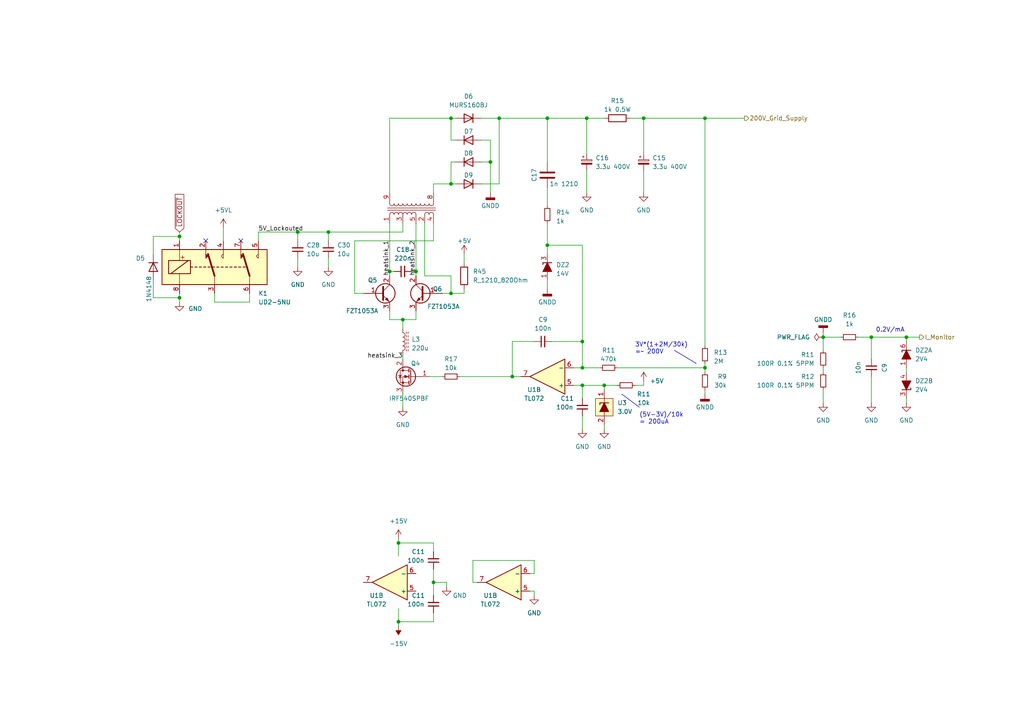
<source format=kicad_sch>
(kicad_sch (version 20230121) (generator eeschema)
  (paper "A4")
  (title_block (title "EuroMeasure Ion Gauge Controller") (date "2023-10-17") (rev "1.0.0"))
  (lib_symbols
    (symbol "Device:C_Small" (pin_numbers hide) (pin_names (offset 0.254) hide)
      (property "Reference" "C" (at 0.254 1.778 0))
      (property "Value" "C_Small" (at 0.254 -2.032 0))
      (symbol "C_Small_1_1"
        (pin passive line (at 0 2.54 270) (length 2.032) (name "~") (number "1"))
        (pin passive line (at 0 -2.54 90) (length 2.032) (name "~") (number "2"))
      )
    )
    (symbol "Device:Q_NPN_BCE" (pin_names (offset 0) hide)
      (property "Reference" "Q" (at 5.08 1.27 0))
      (property "Value" "Q_NPN_BCE" (at 5.08 -1.27 0))
      (symbol "Q_NPN_BCE_1_1"
        (pin input line (at -5.08 0 0) (length 5.715) (name "B") (number "1"))
        (pin passive line (at 2.54 5.08 270) (length 2.54) (name "C") (number "2"))
        (pin passive line (at 2.54 -5.08 90) (length 2.54) (name "E") (number "3"))
      )
    )
    (symbol "Device:R_Small" (pin_numbers hide) (pin_names (offset 0.254) hide)
      (property "Reference" "R" (at 0.762 0.508 0))
      (property "Value" "R_Small" (at 0.762 -1.016 0))
      (symbol "R_Small_1_1"
        (pin passive line (at 0 2.54 270) (length 0.762) (name "~") (number "1"))
        (pin passive line (at 0 -2.54 90) (length 0.762) (name "~") (number "2"))
      )
    )
    (symbol "MEMS_Discrete-semiconductor:D_1N4148WS-SOD323" (pin_numbers hide) (pin_names (offset 1.016) hide)
      (property "Reference" "D" (at 0 2.54 0))
      (property "Value" "1N4148" (at 0 -2.54 0))
      (symbol "D_1N4148WS-SOD323_1_1"
        (pin passive line (at -3.81 0 0) (length 2.54) (name "K") (number "1"))
        (pin passive line (at 3.81 0 180) (length 2.54) (name "A") (number "2"))
      )
    )
    (symbol "MEMS_Discrete-semiconductor:D_MURS160-13-F" (pin_numbers hide) (pin_names (offset 1.016) hide)
      (property "Reference" "D1" (at 0 5.08 0))
      (property "Value" "D_MURS160BJ" (at 0 2.54 0))
      (symbol "D_MURS160-13-F_1_1"
        (pin passive line (at -3.81 0 0) (length 2.54) (name "K") (number "1"))
        (pin passive line (at 3.81 0 180) (length 2.54) (name "A") (number "2"))
      )
    )
    (symbol "MEMS_Discrete-semiconductor:D_Zener_14V_MMBZ5244BLT1G_SOT23" (pin_names (offset 1.016) hide)
      (property "Reference" "DZ" (at 0 5.08 0))
      (property "Value" "14V" (at 0 2.54 0))
      (symbol "D_Zener_14V_MMBZ5244BLT1G_SOT23_1_1"
        (pin passive line (at -3.81 0 0) (length 2.54) (name "A") (number "1"))
        (pin passive line (at -3.81 0 0) (length 2.54) hide (name "A") (number "2"))
        (pin passive line (at 3.81 0 180) (length 2.54) (name "K") (number "3"))
      )
    )
    (symbol "MEMS_Discrete-semiconductor:D_Zener_2V4_dual_MMBZ5221BS" (pin_names (offset 1.016) hide)
      (property "Reference" "DZ" (at 0 5.08 0))
      (property "Value" "2V4" (at 0 2.54 0))
      (symbol "D_Zener_2V4_dual_MMBZ5221BS_1_1"
        (pin passive line (at -3.81 0 0) (length 2.54) (name "A") (number "1"))
        (pin passive line (at 3.81 0 180) (length 2.54) (name "K") (number "6"))
      )
      (symbol "D_Zener_2V4_dual_MMBZ5221BS_2_1"
        (pin passive line (at 3.81 0 180) (length 2.54) (name "K") (number "3"))
        (pin passive line (at -3.81 0 0) (length 2.54) (name "A") (number "4"))
      )
    )
    (symbol "MEMS_Discrete-semiconductor:Q_IRF540SP" (pin_names hide)
      (property "Reference" "Q6" (at -6.35 0.635 0))
      (property "Value" "IRF540SPBF" (at -12.065 -3.175 0))
      (symbol "Q_IRF540SP_1_1"
        (pin input line (at -5.08 0 0) (length 2.54) (name "G") (number "1"))
        (pin passive line (at 2.54 5.08 270) (length 2.54) (name "D") (number "2"))
        (pin passive line (at 2.54 -5.08 90) (length 2.54) (name "S") (number "3"))
      )
    )
    (symbol "MEMS_Electromechanical:UD2-5NU_relay_smd"
      (property "Reference" "K" (at 15.24 8.89 0))
      (property "Value" "UD2-5NU" (at 19.05 6.35 0))
      (symbol "UD2-5NU_relay_smd_1_1"
        (text "+" (at -9.271 2.921 0) (effects (font (size 1.27 1.27))))
        (pin passive line (at -10.16 7.62 270) (length 2.54) (name "~") (number "1"))
        (pin passive line (at -2.54 7.62 270) (length 2.54) (name "~") (number "2"))
        (pin passive line (at 0 -7.62 90) (length 2.54) (name "~") (number "3"))
        (pin passive line (at 2.54 7.62 270) (length 2.54) (name "~") (number "4"))
        (pin passive line (at 12.7 7.62 270) (length 2.54) (name "~") (number "5"))
        (pin passive line (at 10.16 -7.62 90) (length 2.54) (name "~") (number "6"))
        (pin passive line (at 7.62 7.62 270) (length 2.54) (name "~") (number "7"))
        (pin passive line (at -10.16 -7.62 90) (length 2.54) (name "~") (number "8"))
      )
    )
    (symbol "MEMS_IC:LM4040-3.0" (pin_names (offset 1.016) hide)
      (property "Reference" "U" (at -5.08 5.08 0))
      (property "Value" "3.0V" (at 2.54 5.08 0))
      (symbol "LM4040-3.0_1_1"
        (pin passive line (at 0 6.35 270) (length 2.54) (name "K") (number "1"))
        (pin passive line (at 0 -3.81 90) (length 2.54) (name "A") (number "2"))
        (pin no_connect line (at 2.54 -1.27 180) (length 2.54) hide (name "") (number "3"))
      )
    )
    (symbol "MEMS_Passive:C_1210_1n" (pin_numbers hide) (pin_names (offset 0.254))
      (property "Reference" "C" (at 0.635 2.54 0))
      (property "Value" "1n 1210" (at 0.635 -2.54 0))
      (symbol "C_1210_1n_1_1"
        (pin passive line (at 0 3.81 270) (length 2.794) (name "~") (number "1"))
        (pin passive line (at 0 -3.81 90) (length 2.794) (name "~") (number "2"))
      )
    )
    (symbol "MEMS_Passive:C_3.3u_400V_elec" (pin_numbers hide) (pin_names (offset 0.254) hide)
      (property "Reference" "C10" (at 2.54 1.1811 0))
      (property "Value" "3.3V 400V" (at 2.54 -1.3589 0))
      (symbol "C_3.3u_400V_elec_1_1"
        (pin passive line (at 0 2.54 270) (length 1.8542) (name "~") (number "1"))
        (pin passive line (at 0 -2.54 90) (length 1.8542) (name "~") (number "2"))
      )
    )
    (symbol "MEMS_Passive:L_220u_10x10" (pin_numbers hide) (pin_names (offset 1.016) hide)
      (property "Reference" "L" (at -1.27 0 90))
      (property "Value" "220u" (at 2.794 0 90))
      (symbol "L_220u_10x10_1_1"
        (pin passive line (at 0 3.81 270) (length 1.27) (name "1") (number "1"))
        (pin passive line (at 0 -3.81 90) (length 1.27) (name "2") (number "2"))
      )
    )
    (symbol "MEMS_Passive:R_0805_100R_0.1%_5PPM" (pin_numbers hide) (pin_names (offset 0.254) hide)
      (property "Reference" "R" (at 0.762 0.508 0))
      (property "Value" "100R 0.1% 5PPM" (at 0.762 -1.016 0))
      (symbol "R_0805_100R_0.1%_5PPM_1_1"
        (pin passive line (at 0 2.54 270) (length 0.762) (name "~") (number "1"))
        (pin passive line (at 0 -2.54 90) (length 0.762) (name "~") (number "2"))
      )
    )
    (symbol "MEMS_Passive:R_1210_1k" (pin_numbers hide) (pin_names (offset 0))
      (property "Reference" "R" (at 2.032 0 90))
      (property "Value" "1k 0.5W" (at 0 0 90))
      (symbol "R_1210_1k_1_1"
        (pin passive line (at 0 3.81 270) (length 1.27) (name "~") (number "1"))
        (pin passive line (at 0 -3.81 90) (length 1.27) (name "~") (number "2"))
      )
    )
    (symbol "MEMS_Passive:R_1210_820Ohm" (pin_numbers hide) (pin_names (offset 0))
      (property "Reference" "R" (at 0 2.032 0))
      (property "Value" "R_1210_820Ohm" (at -0.635 -2.54 0))
      (symbol "R_1210_820Ohm_1_1"
        (pin passive line (at -3.81 0 0) (length 1.27) (name "~") (number "1"))
        (pin passive line (at 3.81 0 180) (length 1.27) (name "~") (number "2"))
      )
    )
    (symbol "MEMS_Passive:T_FL2015-4L"
      (property "Reference" "FL2015-4L" (at 4.445 -15.24 0))
      (symbol "T_FL2015-4L_1_1"
        (pin passive line (at 0 0 0) (length 2.54) (name "") (number "1"))
        (pin passive line (at 0 -10.16 0) (length 2.54) (name "") (number "2"))
        (pin passive line (at 0 -3.81 0) (length 2.54) (name "") (number "3"))
        (pin passive line (at 0 -12.7 0) (length 2.54) (name "") (number "4"))
        (pin passive line (at 0 -7.62 0) (length 2.54) (name "") (number "5"))
        (pin passive line (at 8.89 -12.7 180) (length 2.54) (name "") (number "8"))
        (pin passive line (at 8.89 0 180) (length 2.54) (name "") (number "9"))
      )
    )
    (symbol "TL082IDRQ1_1" (pin_names (offset 0.127))
      (property "Reference" "U" (at 0 5.08 0))
      (property "Value" "LM2904" (at 0 -5.08 0))
      (symbol "TL082IDRQ1_1_1_1"
        (pin output line (at 7.62 0 180) (length 2.54) (name "~") (number "1"))
        (pin input line (at -7.62 -2.54 0) (length 2.54) (name "-") (number "2"))
        (pin input line (at -7.62 2.54 0) (length 2.54) (name "+") (number "3"))
      )
      (symbol "TL082IDRQ1_1_2_1"
        (pin input line (at -7.62 2.54 0) (length 2.54) (name "+") (number "5"))
        (pin input line (at -7.62 -2.54 0) (length 2.54) (name "-") (number "6"))
        (pin output line (at 7.62 0 180) (length 2.54) (name "~") (number "7"))
      )
      (symbol "TL082IDRQ1_1_3_1"
        (pin power_in line (at -2.54 -7.62 90) (length 3.81) (name "V-") (number "4"))
        (pin power_in line (at -2.54 7.62 270) (length 3.81) (name "V+") (number "8"))
      )
    )
    (symbol "power:+15V" (power) (pin_names (offset 0))
      (property "Value" "+15V" (at 0 3.556 0))
      (symbol "+15V_1_1"
        (pin power_in line (at 0 0 90) (length 0) hide (name "+15V") (number "1"))
      )
    )
    (symbol "power:+5V" (power) (pin_names (offset 0))
      (property "Value" "+5V" (at 0 3.556 0))
      (symbol "+5V_1_1"
        (pin power_in line (at 0 0 90) (length 0) hide (name "+5V") (number "1"))
      )
    )
    (symbol "power:+5VL" (power) (pin_names (offset 0))
      (property "Value" "+5VL" (at 0 3.556 0))
      (symbol "+5VL_1_1"
        (pin power_in line (at 0 0 90) (length 0) hide (name "+5VL") (number "1"))
      )
    )
    (symbol "power:-15V" (power) (pin_names (offset 0))
      (property "Value" "-15V" (at 0 3.81 0))
      (symbol "-15V_0_0"
        (pin power_in line (at 0 0 90) (length 0) hide (name "-15V") (number "1"))
      )
    )
    (symbol "power:GND" (power) (pin_names (offset 0))
      (property "Value" "GND" (at 0 -3.81 0))
      (symbol "GND_1_1"
        (pin power_in line (at 0 0 270) (length 0) hide (name "GND") (number "1"))
      )
    )
    (symbol "power:GNDD" (power) (pin_names (offset 0))
      (property "Value" "GNDD" (at 0 -3.175 0))
      (symbol "GNDD_1_1"
        (pin power_in line (at 0 0 270) (length 0) hide (name "GNDD") (number "1"))
      )
    )
    (symbol "power:PWR_FLAG" (power) (pin_numbers hide) (pin_names (offset 0) hide)
      (property "Value" "PWR_FLAG" (at 0 3.81 0))
      (symbol "PWR_FLAG_0_0"
        (pin power_out line (at 0 0 90) (length 0) (name "pwr") (number "1"))
      )
    )
  )
  (junction (at 130.81 34.29))
  (junction (at 120.65 78.74))
  (junction (at 130.81 85.09))
  (junction (at 95.25 67.31))
  (junction (at 262.89 97.79))
  (junction (at 125.73 168.91))
  (junction (at 115.57 180.34))
  (junction (at 238.76 97.79))
  (junction (at 204.47 106.68))
  (junction (at 204.47 34.29))
  (junction (at 86.36 67.31))
  (junction (at 168.91 106.68))
  (junction (at 115.57 157.48))
  (junction (at 148.59 109.22))
  (junction (at 186.69 34.29))
  (junction (at 142.24 46.99))
  (junction (at 144.78 34.29))
  (junction (at 252.73 97.79))
  (junction (at 130.81 53.34))
  (junction (at 52.07 68.58))
  (junction (at 116.84 92.71))
  (junction (at 158.75 71.12))
  (junction (at 158.75 34.29))
  (junction (at 52.07 86.36))
  (junction (at 113.03 78.74))
  (junction (at 168.91 99.06))
  (junction (at 168.91 111.76))
  (junction (at 170.18 34.29))
  (junction (at 175.26 111.76))
  (no_connect (at 59.69 69.85))
  (no_connect (at 69.85 69.85))
  (wire (pts (xy 102.87 69.85) (xy 102.87 85.09)))
  (wire (pts (xy 52.07 68.58) (xy 44.45 68.58)))
  (wire (pts (xy 248.92 97.79) (xy 252.73 97.79)))
  (wire (pts (xy 120.65 92.71) (xy 120.65 90.17)))
  (wire (pts (xy 186.69 34.29) (xy 186.69 44.45)))
  (wire (pts (xy 168.91 106.68) (xy 166.37 106.68)))
  (wire (pts (xy 138.43 168.91) (xy 137.16 168.91)))
  (wire (pts (xy 158.75 81.28) (xy 158.75 83.82)))
  (wire (pts (xy 262.89 115.57) (xy 262.89 116.84)))
  (wire (pts (xy 166.37 111.76) (xy 168.91 111.76)))
  (wire (pts (xy 124.46 109.22) (xy 128.27 109.22)))
  (wire (pts (xy 113.03 55.88) (xy 113.03 34.29)))
  (wire (pts (xy 144.78 34.29) (xy 144.78 53.34)))
  (wire (pts (xy 120.65 64.77) (xy 120.65 78.74)))
  (wire (pts (xy 179.07 106.68) (xy 204.47 106.68)))
  (wire (pts (xy 238.76 96.52) (xy 238.76 97.79)))
  (wire (pts (xy 116.84 92.71) (xy 120.65 92.71)))
  (wire (pts (xy 154.94 166.37) (xy 153.67 166.37)))
  (wire (pts (xy 238.76 106.68) (xy 238.76 107.95)))
  (wire (pts (xy 204.47 113.03) (xy 204.47 114.3)))
  (wire (pts (xy 158.75 34.29) (xy 158.75 46.99)))
  (wire (pts (xy 62.23 87.63) (xy 72.39 87.63)))
  (wire (pts (xy 139.7 34.29) (xy 144.78 34.29)))
  (wire (pts (xy 175.26 111.76) (xy 179.07 111.76)))
  (wire (pts (xy 125.73 69.85) (xy 102.87 69.85)))
  (wire (pts (xy 262.89 106.68) (xy 262.89 107.95)))
  (wire (pts (xy 184.15 111.76) (xy 186.69 111.76)))
  (wire (pts (xy 154.94 171.45) (xy 153.67 171.45)))
  (wire (pts (xy 116.84 92.71) (xy 116.84 95.25)))
  (wire (pts (xy 204.47 34.29) (xy 215.9 34.29)))
  (wire (pts (xy 52.07 87.63) (xy 52.07 86.36)))
  (wire (pts (xy 125.73 177.8) (xy 125.73 180.34)))
  (wire (pts (xy 182.88 34.29) (xy 186.69 34.29)))
  (wire (pts (xy 125.73 55.88) (xy 125.73 53.34)))
  (wire (pts (xy 168.91 99.06) (xy 168.91 106.68)))
  (wire (pts (xy 129.54 168.91) (xy 129.54 170.18)))
  (wire (pts (xy 62.23 87.63) (xy 62.23 85.09)))
  (wire (pts (xy 44.45 68.58) (xy 44.45 73.66)))
  (wire (pts (xy 123.19 64.77) (xy 123.19 80.01)))
  (wire (pts (xy 262.89 97.79) (xy 262.89 99.06)))
  (wire (pts (xy 175.26 123.19) (xy 175.26 124.46)))
  (wire (pts (xy 158.75 64.77) (xy 158.75 71.12)))
  (wire (pts (xy 130.81 46.99) (xy 130.81 53.34)))
  (wire (pts (xy 113.03 64.77) (xy 113.03 78.74)))
  (wire (pts (xy 113.03 78.74) (xy 113.03 80.01)))
  (wire (pts (xy 132.08 40.64) (xy 130.81 40.64)))
  (polyline (pts (xy 180.34 114.3) (xy 185.42 118.11)))
  (wire (pts (xy 132.08 46.99) (xy 130.81 46.99)))
  (wire (pts (xy 139.7 46.99) (xy 142.24 46.99)))
  (wire (pts (xy 133.35 109.22) (xy 148.59 109.22)))
  (wire (pts (xy 158.75 54.61) (xy 158.75 59.69)))
  (wire (pts (xy 72.39 85.09) (xy 72.39 87.63)))
  (wire (pts (xy 238.76 113.03) (xy 238.76 116.84)))
  (wire (pts (xy 130.81 80.01) (xy 130.81 85.09)))
  (wire (pts (xy 64.77 66.04) (xy 64.77 69.85)))
  (wire (pts (xy 142.24 46.99) (xy 142.24 40.64)))
  (wire (pts (xy 154.94 162.56) (xy 154.94 166.37)))
  (wire (pts (xy 115.57 180.34) (xy 125.73 180.34)))
  (wire (pts (xy 252.73 97.79) (xy 252.73 104.14)))
  (wire (pts (xy 115.57 157.48) (xy 115.57 161.29)))
  (wire (pts (xy 139.7 40.64) (xy 142.24 40.64)))
  (polyline (pts (xy 195.58 101.6) (xy 201.93 105.41)))
  (wire (pts (xy 186.69 34.29) (xy 204.47 34.29)))
  (wire (pts (xy 125.73 165.1) (xy 125.73 168.91)))
  (wire (pts (xy 137.16 168.91) (xy 137.16 162.56)))
  (wire (pts (xy 95.25 67.31) (xy 116.84 67.31)))
  (wire (pts (xy 160.02 99.06) (xy 168.91 99.06)))
  (wire (pts (xy 120.65 78.74) (xy 120.65 80.01)))
  (wire (pts (xy 186.69 55.88) (xy 186.69 49.53)))
  (wire (pts (xy 74.93 67.31) (xy 86.36 67.31)))
  (wire (pts (xy 113.03 78.74) (xy 114.3 78.74)))
  (wire (pts (xy 116.84 64.77) (xy 116.84 67.31)))
  (wire (pts (xy 115.57 176.53) (xy 115.57 180.34)))
  (wire (pts (xy 125.73 64.77) (xy 125.73 69.85)))
  (wire (pts (xy 116.84 114.3) (xy 116.84 118.11)))
  (wire (pts (xy 119.38 78.74) (xy 120.65 78.74)))
  (wire (pts (xy 148.59 99.06) (xy 154.94 99.06)))
  (wire (pts (xy 137.16 162.56) (xy 154.94 162.56)))
  (wire (pts (xy 170.18 34.29) (xy 175.26 34.29)))
  (wire (pts (xy 86.36 77.47) (xy 86.36 74.93)))
  (wire (pts (xy 262.89 97.79) (xy 266.7 97.79)))
  (wire (pts (xy 158.75 71.12) (xy 158.75 73.66)))
  (wire (pts (xy 154.94 172.72) (xy 154.94 171.45)))
  (wire (pts (xy 175.26 111.76) (xy 175.26 113.03)))
  (wire (pts (xy 115.57 156.21) (xy 115.57 157.48)))
  (wire (pts (xy 130.81 34.29) (xy 132.08 34.29)))
  (wire (pts (xy 134.62 83.82) (xy 134.62 85.09)))
  (wire (pts (xy 52.07 68.58) (xy 52.07 69.85)))
  (wire (pts (xy 238.76 97.79) (xy 243.84 97.79)))
  (wire (pts (xy 115.57 180.34) (xy 115.57 181.61)))
  (wire (pts (xy 142.24 46.99) (xy 142.24 55.88)))
  (wire (pts (xy 113.03 34.29) (xy 130.81 34.29)))
  (wire (pts (xy 130.81 40.64) (xy 130.81 34.29)))
  (wire (pts (xy 168.91 120.65) (xy 168.91 124.46)))
  (wire (pts (xy 130.81 85.09) (xy 128.27 85.09)))
  (wire (pts (xy 204.47 34.29) (xy 204.47 100.33)))
  (wire (pts (xy 204.47 105.41) (xy 204.47 106.68)))
  (wire (pts (xy 52.07 86.36) (xy 44.45 86.36)))
  (wire (pts (xy 134.62 73.66) (xy 134.62 76.2)))
  (wire (pts (xy 125.73 157.48) (xy 125.73 160.02)))
  (wire (pts (xy 113.03 90.17) (xy 113.03 92.71)))
  (wire (pts (xy 144.78 53.34) (xy 139.7 53.34)))
  (wire (pts (xy 86.36 67.31) (xy 95.25 67.31)))
  (wire (pts (xy 123.19 80.01) (xy 130.81 80.01)))
  (wire (pts (xy 130.81 53.34) (xy 132.08 53.34)))
  (wire (pts (xy 158.75 34.29) (xy 170.18 34.29)))
  (wire (pts (xy 52.07 86.36) (xy 52.07 85.09)))
  (wire (pts (xy 252.73 97.79) (xy 262.89 97.79)))
  (wire (pts (xy 158.75 71.12) (xy 168.91 71.12)))
  (wire (pts (xy 170.18 55.88) (xy 170.18 49.53)))
  (wire (pts (xy 144.78 34.29) (xy 158.75 34.29)))
  (wire (pts (xy 95.25 77.47) (xy 95.25 74.93)))
  (wire (pts (xy 238.76 97.79) (xy 238.76 101.6)))
  (wire (pts (xy 204.47 106.68) (xy 204.47 107.95)))
  (wire (pts (xy 130.81 85.09) (xy 134.62 85.09)))
  (wire (pts (xy 125.73 168.91) (xy 129.54 168.91)))
  (wire (pts (xy 186.69 110.49) (xy 186.69 111.76)))
  (wire (pts (xy 168.91 71.12) (xy 168.91 99.06)))
  (wire (pts (xy 170.18 34.29) (xy 170.18 44.45)))
  (wire (pts (xy 113.03 92.71) (xy 116.84 92.71)))
  (wire (pts (xy 168.91 111.76) (xy 175.26 111.76)))
  (wire (pts (xy 74.93 69.85) (xy 74.93 67.31)))
  (wire (pts (xy 125.73 53.34) (xy 130.81 53.34)))
  (wire (pts (xy 116.84 104.14) (xy 116.84 102.87)))
  (wire (pts (xy 252.73 109.22) (xy 252.73 116.84)))
  (wire (pts (xy 95.25 67.31) (xy 95.25 69.85)))
  (wire (pts (xy 168.91 106.68) (xy 173.99 106.68)))
  (wire (pts (xy 125.73 168.91) (xy 125.73 172.72)))
  (wire (pts (xy 168.91 111.76) (xy 168.91 115.57)))
  (wire (pts (xy 102.87 85.09) (xy 105.41 85.09)))
  (wire (pts (xy 125.73 157.48) (xy 115.57 157.48)))
  (wire (pts (xy 86.36 67.31) (xy 86.36 69.85)))
  (wire (pts (xy 44.45 86.36) (xy 44.45 81.28)))
  (wire (pts (xy 148.59 109.22) (xy 151.13 109.22)))
  (wire (pts (xy 52.07 67.31) (xy 52.07 68.58)))
  (wire (pts (xy 148.59 109.22) (xy 148.59 99.06)))
  (text "3V*(1+2M/30k)\n=~ 200V" (at 184.15 102.87 0) (effects (font (size 1.27 1.27)) (justify left bottom)))
  (text "0.2V/mA" (at 254 96.52 0) (effects (font (size 1.27 1.27)) (justify left bottom)))
  (text "(5V-3V)/10k\n= 200uA" (at 185.42 123.19 0) (effects (font (size 1.27 1.27)) (justify left bottom)))
  (label "heatsink_1" (at 113.03 80.01 90))
  (label "heatsink_2" (at 120.65 80.01 90))
  (label "heatsink_3" (at 116.84 104.14 180))
  (label "5V_Lockouted" (at 74.93 67.31 0))
  (global_label "~{LOCKOUT}" (shape input) (at 52.07 67.31 90) (property "Intersheetrefs" "${INTERSHEET_REFS}" (at 52.07 55.877 90) (effects (justify left))))
  (hierarchical_label "I_Monitor" (shape output) (at 266.7 97.79 0))
  (hierarchical_label "200V_Grid_Supply" (shape output) (at 215.9 34.29 0))
  (symbol (lib_id "Device:C_Small") (at 168.91 118.11 180) (unit 1)
    (property "Reference" "C11" (at 162.56 115.57 0) (effects (justify right)))
    (property "Value" "100n" (at 161.29 118.11 0) (effects (justify right)))
    (property "Footprint" "Capacitor_SMD:C_0805_2012Metric_Pad1.18x1.45mm_HandSolder" (effects hide))
    (instances (project "EuroMeasure-SYMHV" (path "" (reference "C11") (unit 1))) (project "EuroMeasure-IonGaugeController" (path "" (reference "C14") (unit 1))))
  )
  (symbol (lib_id "Device:R_Small") (at 204.47 110.49 0) (mirror x) (unit 1)
    (property "Reference" "R9" (at 210.82 109.22 0) (effects (justify right)))
    (property "Value" "30k" (at 210.82 111.76 0) (effects (justify right)))
    (property "Footprint" "Resistor_SMD:R_0805_2012Metric_Pad1.20x1.40mm_HandSolder" (effects hide))
    (instances (project "EuroMeasure-SYMHV" (path "" (reference "R9") (unit 1))) (project "EuroMeasure-IonGaugeController" (path "" (reference "R10") (unit 1))))
  )
  (symbol (lib_id "Device:Q_NPN_BCE") (at 110.49 85.09 0) (unit 1)
    (property "Reference" "Q5" (at 106.68 81.28 0) (effects (justify left)))
    (property "Value" "FZT1053A" (at 100.33 90.17 0) (effects (justify left)))
    (property "Footprint" "Package_TO_SOT_SMD:SOT-223-3_TabPin2" (effects hide))
    (property "Mouser" "522-FZT1053ATA" (effects hide))
    (property "MPN" "FZT1053ATA" (effects hide))
    (instances (project "EuroMeasure-SYMHV" (path "" (reference "Q5") (unit 1))) (project "EuroMeasure-IonGaugeController" (path "" (reference "Q1") (unit 1))))
  )
  (symbol (lib_id "Device:R_Small") (at 130.81 109.22 270) (unit 1)
    (property "Reference" "R17" (at 130.81 104.14 90))
    (property "Value" "10k" (at 130.81 106.68 90))
    (property "Footprint" "Resistor_SMD:R_0805_2012Metric_Pad1.20x1.40mm_HandSolder" (effects hide))
    (instances (project "EuroMeasure-SYMHV" (path "" (reference "R17") (unit 1))) (project "EuroMeasure-IonGaugeController" (path "" (reference "R3") (unit 1))))
  )
  (symbol (lib_id "power:GND") (at 186.69 55.88 0) (unit 1)
    (property "Reference" "#PWR012" (effects hide))
    (property "Value" "GND" (at 186.69 60.96 0))
    (instances (project "EuroMeasure-SYMHV" (path "" (reference "#PWR012") (unit 1))) (project "EuroMeasure-IonGaugeController" (path "" (reference "#PWR031") (unit 1))))
  )
  (symbol (lib_id "MEMS_Discrete-semiconductor:D_MURS160-13-F") (at 135.89 40.64 0) (unit 1)
    (property "Reference" "D7" (at 135.89 38.1 0))
    (property "Value" "MURS160BJ" (effects hide))
    (property "Footprint" "Diode_SMD:D_SMB" (effects hide))
    (property "Datasheet" "https://www.mouser.pl/datasheet/2/848/MURS160B-1769792.pdf" (effects hide))
    (property "Sim.Device" "D" (effects hide))
    (property "Sim.Pins" "1=K 2=A" (effects hide))
    (property "MPN" "MURS160-13-F" (effects hide))
    (property "Mouser" "621-MURS160-F" (effects hide))
    (instances (project "EuroMeasure-SYMHV" (path "" (reference "D7") (unit 1))) (project "EuroMeasure-IonGaugeController" (path "" (reference "D3") (unit 1))))
  )
  (symbol (lib_id "Device:C_Small") (at 95.25 72.39 180) (unit 1)
    (property "Reference" "C30" (at 97.79 71.1136 0) (effects (justify right)))
    (property "Value" "10u" (at 97.79 73.6536 0) (effects (justify right)))
    (property "Footprint" "Capacitor_SMD:C_0805_2012Metric_Pad1.18x1.45mm_HandSolder" (effects hide))
    (instances (project "EuroMeasure-IonGaugeController" (path "" (reference "C30") (unit 1)) (path "" (reference "C8") (unit 1))))
  )
  (symbol (lib_id "MEMS_Passive:C_3.3u_400V_elec") (at 170.18 46.99 0) (unit 1)
    (property "Reference" "C16" (at 172.72 45.8089 0) (effects (justify left)))
    (property "Value" "3.3u 400V" (at 172.72 48.3489 0) (effects (justify left)))
    (property "Footprint" "Capacitor_THT:CP_Radial_D10.0mm_P3.50mm" (effects hide))
    (property "Datasheet" "https://www.mouser.pl/datasheet/2/445/860021374006-3099144.pdf" (effects hide))
    (property "MPN" "860021374006 " (effects hide))
    (property "Mouser" "710-860021374006" (effects hide))
    (instances (project "EuroMeasure-SYMHV" (path "" (reference "C16") (unit 1))) (project "EuroMeasure-IonGaugeController" (path "" (reference "C15") (unit 1))))
  )
  (symbol (lib_id "Device:C_Small") (at 125.73 162.56 180) (unit 1)
    (property "Reference" "C11" (at 119.38 160.02 0) (effects (justify right)))
    (property "Value" "100n" (at 118.11 162.56 0) (effects (justify right)))
    (property "Footprint" "Capacitor_SMD:C_0805_2012Metric_Pad1.18x1.45mm_HandSolder" (effects hide))
    (instances (project "EuroMeasure-SYMHV" (path "" (reference "C11") (unit 1))) (project "EuroMeasure-IonGaugeController" (path "" (reference "C10") (unit 1))))
  )
  (symbol (lib_id "Device:R_Small") (at 176.53 106.68 270) (unit 1)
    (property "Reference" "R11" (at 176.53 101.6 90))
    (property "Value" "470k" (at 176.53 104.14 90))
    (property "Footprint" "Resistor_SMD:R_0805_2012Metric_Pad1.20x1.40mm_HandSolder" (effects hide))
    (instances (project "EuroMeasure-SYMHV" (path "" (reference "R11") (unit 1))) (project "EuroMeasure-IonGaugeController" (path "" (reference "R6") (unit 1))))
  )
  (symbol (lib_id "power:-15V") (at 115.57 181.61 180) (unit 1)
    (property "Reference" "#PWR022" (effects hide))
    (property "Value" "-15V" (at 115.57 186.69 0))
  )
  (symbol (lib_name "TL082IDRQ1_1") (lib_id "MEMS_IC:TL082IDRQ1") (at 146.05 168.91 180) (unit 2)
    (property "Reference" "U1" (at 142.24 172.72 0))
    (property "Value" "TL072" (at 142.24 175.26 0))
    (property "Footprint" "Package_SO:SO-8_3.9x4.9mm_P1.27mm" (effects hide))
    (property "Datasheet" "http://www.ti.com/lit/ds/symlink/lm358.pdf" (effects hide))
    (property "Mouser" "595-TL082IDRQ1" (effects hide))
    (instances (project "EuroMeasure-SYMHV" (path "" (reference "U1") (unit 2))) (project "EuroMeasure-IonGaugeController" (path "" (reference "U2") (unit 2))))
  )
  (symbol (lib_id "power:GNDD") (at 204.47 114.3 0) (unit 1)
    (property "Reference" "#PWR033" (effects hide))
    (property "Value" "GNDD" (at 204.47 118.11 0))
  )
  (symbol (lib_id "power:GND") (at 116.84 118.11 0) (unit 1)
    (property "Reference" "#PWR04" (effects hide))
    (property "Value" "GND" (at 116.84 123.19 0))
    (instances (project "EuroMeasure-SYMHV" (path "" (reference "#PWR04") (unit 1))) (project "EuroMeasure-IonGaugeController" (path "" (reference "#PWR023") (unit 1))))
  )
  (symbol (lib_id "MEMS_Electromechanical:UD2-5NU_relay_smd") (at 62.23 77.47 0) (unit 1)
    (property "Reference" "K1" (at 74.93 85.09 0) (effects (justify left)))
    (property "Value" "UD2-5NU" (at 74.93 87.63 0) (effects (justify left)))
    (property "Footprint" "MEMS_Passive:Relay_DPDT_Kemet_UC2_NU" (effects hide))
    (property "Datasheet" "https://www.mouser.pl/datasheet/2/212/1/KEM_R7005_UC2_UD2-1104541.pdf" (effects hide))
    (property "MPN" "UD2-5NU" (effects hide))
    (property "Mouser" "551-UD2-5NU" (effects hide))
  )
  (symbol (lib_id "MEMS_Discrete-semiconductor:Q_IRF540SP") (at 119.38 109.22 0) (mirror y) (unit 1)
    (property "Reference" "Q4" (at 121.92 105.41 0) (effects (justify left)))
    (property "Value" "IRF540SPBF" (at 124.46 115.57 0) (effects (justify left)))
    (property "Footprint" "Package_TO_SOT_SMD:TO-263-2" (effects hide))
    (property "Datasheet" "https://www.mouser.pl/datasheet/2/427/sihf540s-1761631.pdf" (effects hide))
    (property "MPN" "IRF540SPBF" (effects hide))
    (property "Mouser" "844-IRF540SPBF" (effects hide))
    (instances (project "EuroMeasure-SYMHV" (path "" (reference "Q4") (unit 1))) (project "EuroMeasure-IonGaugeController" (path "" (reference "Q2") (unit 1))))
  )
  (symbol (lib_id "MEMS_Discrete-semiconductor:D_MURS160-13-F") (at 135.89 53.34 180) (unit 1)
    (property "Reference" "D9" (at 135.89 50.8 0))
    (property "Value" "MURS160BJ" (effects hide))
    (property "Footprint" "Diode_SMD:D_SMB" (effects hide))
    (property "Datasheet" "https://www.mouser.pl/datasheet/2/848/MURS160B-1769792.pdf" (effects hide))
    (property "Sim.Device" "D" (effects hide))
    (property "Sim.Pins" "1=K 2=A" (effects hide))
    (property "MPN" "MURS160-13-F" (effects hide))
    (property "Mouser" "621-MURS160-F" (effects hide))
    (instances (project "EuroMeasure-SYMHV" (path "" (reference "D9") (unit 1))) (project "EuroMeasure-IonGaugeController" (path "" (reference "D5") (unit 1))))
  )
  (symbol (lib_id "power:GND") (at 95.25 77.47 0) (unit 1)
    (property "Reference" "#PWR040" (effects hide))
    (property "Value" "GND" (at 95.25 82.55 0))
    (instances (project "EuroMeasure-SYMHV" (path "" (reference "#PWR040") (unit 1))) (project "EuroMeasure-IonGaugeController" (path "" (reference "#PWR020") (unit 1)) (path "" (reference "#PWR071") (unit 1))) (project "EuroMeasure-RFPA" (path "" (reference "#PWR016") (unit 1))))
  )
  (symbol (lib_id "power:PWR_FLAG") (at 238.76 97.79 90) (unit 1)
    (property "Reference" "#FLG05" (effects hide))
    (property "Value" "PWR_FLAG" (at 234.95 97.79 90) (effects (justify left)))
  )
  (symbol (lib_id "power:GND") (at 238.76 116.84 0) (mirror y) (unit 1)
    (property "Reference" "#PWR030" (effects hide))
    (property "Value" "GND" (at 238.76 121.92 0))
    (instances (project "EuroMeasure-SYMHV" (path "" (reference "#PWR030") (unit 1))) (project "EuroMeasure-IonGaugeController" (path "" (reference "#PWR035") (unit 1))))
  )
  (symbol (lib_id "Device:C_Small") (at 157.48 99.06 90) (unit 1)
    (property "Reference" "C9" (at 157.48 92.71 90))
    (property "Value" "100n" (at 157.48 95.25 90))
    (property "Footprint" "Capacitor_SMD:C_0805_2012Metric_Pad1.18x1.45mm_HandSolder" (effects hide))
    (instances (project "EuroMeasure-SYMHV" (path "" (reference "C9") (unit 1))) (project "EuroMeasure-IonGaugeController" (path "" (reference "C12") (unit 1))))
  )
  (symbol (lib_id "MEMS_IC:LM4040-3.0") (at 175.26 119.38 0) (unit 1)
    (property "Reference" "U3" (at 179.07 116.84 0) (effects (justify left)))
    (property "Value" "3.0V" (at 179.07 119.38 0) (effects (justify left)))
    (property "Footprint" "Package_TO_SOT_SMD:SOT-23" (effects hide))
    (property "Datasheet" "https://www.ti.com/lit/ds/symlink/lm4040-n-q1.pdf?HQS=dis-mous-null-mousermode-dsf-pf-null-wwe&ts=1699094663900&ref_url=https%253A%252F%252Fwww.mouser.com%252F" (effects hide))
    (property "Mouser" "926-LM4040EIM3X30NPB" (effects hide))
    (property "MPN" "LM4040EIM3X30NPB" (effects hide))
  )
  (symbol (lib_id "MEMS_Passive:R_0805_100R_0.1%_5PPM") (at 238.76 110.49 0) (unit 1)
    (property "Reference" "R12" (at 236.22 109.22 0) (effects (justify right)))
    (property "Value" "100R 0.1% 5PPM" (at 236.22 111.76 0) (effects (justify right)))
    (property "Footprint" "Resistor_SMD:R_0805_2012Metric_Pad1.20x1.40mm_HandSolder" (effects hide))
    (property "Datasheet" "https://www.mouser.pl/datasheet/2/414/TTRB_S_A0010186342_1-2565648.pdf" (effects hide))
    (property "MPN" "PCF0805-13-100RBT1" (effects hide))
    (property "Mouser" "756-PCF080513100RBT1 " (effects hide))
  )
  (symbol (lib_id "Device:C_Small") (at 86.36 72.39 180) (unit 1)
    (property "Reference" "C28" (at 88.9 71.1136 0) (effects (justify right)))
    (property "Value" "10u" (at 88.9 73.6536 0) (effects (justify right)))
    (property "Footprint" "Capacitor_SMD:C_0805_2012Metric_Pad1.18x1.45mm_HandSolder" (effects hide))
    (instances (project "EuroMeasure-IonGaugeController" (path "" (reference "C28") (unit 1)) (path "" (reference "C7") (unit 1))))
  )
  (symbol (lib_id "MEMS_Discrete-semiconductor:D_1N4148WS-SOD323") (at 44.45 77.47 270) (unit 1)
    (property "Reference" "D5" (at 39.37 74.93 90) (effects (justify left)))
    (property "Value" "1N4148" (at 43.18 80.01 0) (effects (justify left)))
    (property "Footprint" "Diode_SMD:D_SOD-323F" (effects hide))
    (property "Datasheet" "https://www.mouser.com/datasheet/2/308/1/1N4148WS_D-3006419.pdf" (effects hide))
    (property "Sim.Device" "D" (effects hide))
    (property "Sim.Pins" "1=K 2=A" (effects hide))
    (property "Mouser" "512-1N4148WS" (effects hide))
    (property "MPN" "1N4148WS" (effects hide))
    (instances (project "EuroMeasure-SYMHV" (path "" (reference "D5") (unit 1))) (project "EuroMeasure-IonGaugeController" (path "" (reference "D1") (unit 1))))
  )
  (symbol (lib_id "Device:R_Small") (at 246.38 97.79 90) (unit 1)
    (property "Reference" "R16" (at 246.38 91.44 90))
    (property "Value" "1k" (at 246.38 93.98 90))
    (property "Footprint" "Resistor_SMD:R_0805_2012Metric" (effects hide))
    (instances (project "gvpsu2" (path "" (reference "R16") (unit 1))) (project "EuroMeasure-IonGaugeController" (path "" (reference "R7") (unit 1)) (path "" (reference "R13") (unit 1))))
  )
  (symbol (lib_id "MEMS_Passive:L_220u_10x10") (at 116.84 99.06 0) (unit 1)
    (property "Reference" "L3" (at 119.38 98.425 0) (effects (justify left)))
    (property "Value" "220u" (at 119.38 100.965 0) (effects (justify left)))
    (property "Footprint" "Inductor_SMD:L_12x12mm_H8mm" (effects hide))
    (property "Datasheet" "https://www.mouser.com/datasheet/2/445/7447709221-3094720.pdf" (effects hide))
    (property "MPN" "7447709221" (effects hide))
    (property "Mouser" "710-7447709221" (effects hide))
    (instances (project "EuroMeasure-SYMHV" (path "" (reference "L3") (unit 1))) (project "EuroMeasure-IonGaugeController" (path "" (reference "L2") (unit 1))))
  )
  (symbol (lib_id "power:GND") (at 52.07 87.63 0) (unit 1)
    (property "Reference" "#PWR03" (effects hide))
    (property "Value" "GND" (at 54.61 89.535 0) (effects (justify left)))
    (instances (project "EuroMeasure-SYMHV" (path "" (reference "#PWR03") (unit 1))) (project "EuroMeasure-IonGaugeController" (path "" (reference "#PWR017") (unit 1))))
  )
  (symbol (lib_id "power:GND") (at 168.91 124.46 0) (mirror y) (unit 1)
    (property "Reference" "#PWR030" (effects hide))
    (property "Value" "GND" (at 168.91 129.54 0))
    (instances (project "EuroMeasure-SYMHV" (path "" (reference "#PWR030") (unit 1))) (project "EuroMeasure-IonGaugeController" (path "" (reference "#PWR028") (unit 1))))
  )
  (symbol (lib_id "power:GNDD") (at 238.76 96.52 180) (unit 1)
    (property "Reference" "#PWR034" (effects hide))
    (property "Value" "GNDD" (at 238.76 92.71 0))
  )
  (symbol (lib_id "MEMS_Passive:C_1210_1n") (at 158.75 50.8 0) (unit 1)
    (property "Reference" "C17" (at 154.94 50.8 90))
    (property "Value" "1n 1210" (at 159.385 53.34 0) (effects (justify left)))
    (property "Footprint" "Capacitor_SMD:C_1210_3225Metric_Pad1.33x2.70mm_HandSolder" (effects hide))
    (property "Datasheet" "https://www.mouser.com/datasheet/2/212/1/KEM_C1025_X7R_HV_FT_CAP_SMD-1102064.pdf" (effects hide))
    (property "MPN" "C1210X102KDRACTU" (effects hide))
    (property "Mouser" "80-C1210X102KDRACTU" (effects hide))
    (instances (project "EuroMeasure-SYMHV" (path "" (reference "C17") (unit 1))) (project "EuroMeasure-IonGaugeController" (path "" (reference "C13") (unit 1))))
  )
  (symbol (lib_id "MEMS_Discrete-semiconductor:D_Zener_14V_MMBZ5244BLT1G_SOT23") (at 158.75 77.47 90) (unit 1)
    (property "Reference" "DZ2" (at 161.29 76.835 90) (effects (justify right)))
    (property "Value" "14V" (at 161.29 79.375 90) (effects (justify right)))
    (property "Footprint" "Package_TO_SOT_SMD:SOT-23-3" (effects hide))
    (property "Datasheet" "https://www.mouser.com/datasheet/2/308/MMBZ5221BLT1_D-1811688.pdf" (effects hide))
    (property "Mouser" "863-MMBZ5244BLT1G" (effects hide))
    (property "MPN" "MMBZ5244BLT1G" (effects hide))
    (instances (project "EuroMeasure-SYMHV" (path "" (reference "DZ2") (unit 1))) (project "EuroMeasure-IonGaugeController" (path "" (reference "DZ1") (unit 1))))
  )
  (symbol (lib_id "power:GND") (at 175.26 124.46 0) (mirror y) (unit 1)
    (property "Reference" "#PWR030" (effects hide))
    (property "Value" "GND" (at 175.26 129.54 0))
  )
  (symbol (lib_id "MEMS_Discrete-semiconductor:D_Zener_2V4_dual_MMBZ5221BS") (at 262.89 111.76 270) (unit 2)
    (property "Reference" "DZ2" (at 265.43 110.49 90) (effects (justify left)))
    (property "Value" "2V4" (at 265.43 113.03 90) (effects (justify left)))
    (property "Footprint" "Package_TO_SOT_SMD:SOT-363_SC-70-6_Handsoldering" (effects hide))
    (property "Datasheet" "https://www.mouser.pl/datasheet/2/115/DIODS09919_1-2541805.pdf" (effects hide))
    (property "Mouser" "621-MMBZ5221BS-F" (effects hide))
    (property "MPN" "MMBZ5221BS-7-F" (effects hide))
  )
  (symbol (lib_id "Device:R_Small") (at 181.61 111.76 270) (unit 1)
    (property "Reference" "R11" (at 186.69 114.3 90))
    (property "Value" "10k" (at 186.69 116.84 90))
    (property "Footprint" "Resistor_SMD:R_0805_2012Metric_Pad1.20x1.40mm_HandSolder" (effects hide))
    (instances (project "EuroMeasure-SYMHV" (path "" (reference "R11") (unit 1))) (project "EuroMeasure-IonGaugeController" (path "" (reference "R8") (unit 1))))
  )
  (symbol (lib_id "power:GND") (at 262.89 116.84 0) (mirror y) (unit 1)
    (property "Reference" "#PWR030" (effects hide))
    (property "Value" "GND" (at 262.89 121.92 0))
    (instances (project "EuroMeasure-SYMHV" (path "" (reference "#PWR030") (unit 1))) (project "EuroMeasure-IonGaugeController" (path "" (reference "#PWR037") (unit 1)) (path "" (reference "#PWR070") (unit 1))))
  )
  (symbol (lib_id "power:GNDD") (at 142.24 55.88 0) (unit 1)
    (property "Reference" "#PWR026" (effects hide))
    (property "Value" "GNDD" (at 142.24 59.69 0))
  )
  (symbol (lib_id "MEMS_Passive:C_3.3u_400V_elec") (at 186.69 46.99 0) (unit 1)
    (property "Reference" "C15" (at 189.23 45.8089 0) (effects (justify left)))
    (property "Value" "3.3u 400V" (at 189.23 48.3489 0) (effects (justify left)))
    (property "Footprint" "Capacitor_THT:CP_Radial_D10.0mm_P3.50mm" (effects hide))
    (property "Datasheet" "https://www.mouser.pl/datasheet/2/445/860021374006-3099144.pdf" (effects hide))
    (property "MPN" "860021374006 " (effects hide))
    (property "Mouser" "710-860021374006" (effects hide))
    (instances (project "EuroMeasure-SYMHV" (path "" (reference "C15") (unit 1))) (project "EuroMeasure-IonGaugeController" (path "" (reference "C16") (unit 1))))
  )
  (symbol (lib_id "power:+5V") (at 134.62 73.66 0) (unit 1)
    (property "Reference" "#PWR08" (effects hide))
    (property "Value" "+5V" (at 134.62 69.85 0))
    (instances (project "EuroMeasure-SYMHV" (path "" (reference "#PWR08") (unit 1))) (project "EuroMeasure-IonGaugeController" (path "" (reference "#PWR025") (unit 1))))
  )
  (symbol (lib_id "Device:C_Small") (at 116.84 78.74 90) (unit 1)
    (property "Reference" "C18" (at 116.84 72.39 90))
    (property "Value" "220n" (at 116.84 74.93 90))
    (property "Footprint" "Capacitor_THT:C_Disc_D6.0mm_W2.5mm_P5.00mm" (effects hide))
    (instances (project "EuroMeasure-SYMHV" (path "" (reference "C18") (unit 1))) (project "EuroMeasure-IonGaugeController" (path "" (reference "C9") (unit 1))))
  )
  (symbol (lib_id "Device:C_Small") (at 252.73 106.68 0) (unit 1)
    (property "Reference" "C9" (at 256.54 106.68 90))
    (property "Value" "10n" (at 248.92 106.68 90))
    (property "Footprint" "Capacitor_SMD:C_0805_2012Metric_Pad1.18x1.45mm_HandSolder" (effects hide))
    (instances (project "gvpsu2" (path "" (reference "C9") (unit 1))) (project "EuroMeasure-IonGaugeController" (path "" (reference "C17") (unit 1)) (path "" (reference "C17") (unit 1))))
  )
  (symbol (lib_id "MEMS_Passive:R_1210_820Ohm") (at 134.62 80.01 90) (unit 1)
    (property "Reference" "R45" (at 137.16 78.74 90) (effects (justify right)))
    (property "Value" "R_1210_820Ohm" (at 137.16 81.28 90) (effects (justify right)))
    (property "Footprint" "Resistor_SMD:R_1210_3225Metric_Pad1.30x2.65mm_HandSolder" (effects hide))
    (property "Datasheet" "https://www.mouser.com/datasheet/2/427/dcrcwe3-1762152.pdf" (effects hide))
    (property "MPN" "CRCW1210820RJNEA" (effects hide))
    (property "Mouser" "71-CRCW1210J-820-E3" (effects hide))
  )
  (symbol (lib_id "Device:C_Small") (at 125.73 175.26 180) (unit 1)
    (property "Reference" "C11" (at 119.38 172.72 0) (effects (justify right)))
    (property "Value" "100n" (at 118.11 175.26 0) (effects (justify right)))
    (property "Footprint" "Capacitor_SMD:C_0805_2012Metric_Pad1.18x1.45mm_HandSolder" (effects hide))
  )
  (symbol (lib_id "power:+5VL") (at 64.77 66.04 0) (unit 1)
    (property "Reference" "#PWR018" (effects hide))
    (property "Value" "+5VL" (at 64.77 60.96 0))
  )
  (symbol (lib_id "Device:R_Small") (at 158.75 62.23 0) (unit 1)
    (property "Reference" "R14" (at 161.29 61.595 0) (effects (justify left)))
    (property "Value" "1k" (at 161.29 64.135 0) (effects (justify left)))
    (property "Footprint" "Resistor_SMD:R_0805_2012Metric_Pad1.20x1.40mm_HandSolder" (effects hide))
    (instances (project "EuroMeasure-SYMHV" (path "" (reference "R14") (unit 1))) (project "EuroMeasure-IonGaugeController" (path "" (reference "R5") (unit 1))))
  )
  (symbol (lib_id "MEMS_Passive:T_FL2015-4L") (at 113.03 64.77 90) (unit 1)
    (property "Reference" "FL2" (effects hide))
    (property "Footprint" "MEMS_Passive:T_FL2015" (effects hide))
    (property "Datasheet" "https://www.coilcraft.com/getmedia/6651db01-d153-47d9-8a27-4758c28bff0d/fl.pdf" (effects hide))
    (property "MPN" "NO_MPN" (effects hide))
    (instances (project "EuroMeasure-SYMHV" (path "" (reference "FL2") (unit 1))) (project "EuroMeasure-IonGaugeController" (path "" (reference "FL1") (unit 1))))
  )
  (symbol (lib_id "MEMS_Passive:R_1210_1k") (at 179.07 34.29 90) (unit 1)
    (property "Reference" "R15" (at 179.07 29.21 90))
    (property "Value" "1k 0.5W" (at 179.07 31.75 90))
    (property "Footprint" "Resistor_SMD:R_1210_3225Metric_Pad1.30x2.65mm_HandSolder" (effects hide))
    (property "Datasheet" "https://www.mouser.com/datasheet/2/427/dcrcwe3-1762152.pdf" (effects hide))
    (property "MPN" "CRCW12101K00JNEA" (effects hide))
    (property "Mouser" "71-CRCW1210J-1K-E3" (effects hide))
    (instances (project "EuroMeasure-SYMHV" (path "" (reference "R15") (unit 1))) (project "EuroMeasure-IonGaugeController" (path "" (reference "R7") (unit 1))))
  )
  (symbol (lib_id "MEMS_Discrete-semiconductor:D_MURS160-13-F") (at 135.89 34.29 180) (unit 1)
    (property "Reference" "D6" (at 135.89 27.94 0))
    (property "Value" "MURS160BJ" (at 135.89 30.48 0))
    (property "Footprint" "Diode_SMD:D_SMB" (effects hide))
    (property "Datasheet" "https://www.mouser.pl/datasheet/2/848/MURS160B-1769792.pdf" (effects hide))
    (property "Sim.Device" "D" (effects hide))
    (property "Sim.Pins" "1=K 2=A" (effects hide))
    (property "MPN" "MURS160-13-F" (effects hide))
    (property "Mouser" "621-MURS160-F" (effects hide))
    (instances (project "EuroMeasure-SYMHV" (path "" (reference "D6") (unit 1))) (project "EuroMeasure-IonGaugeController" (path "" (reference "D2") (unit 1))))
  )
  (symbol (lib_id "power:GNDD") (at 158.75 83.82 0) (unit 1)
    (property "Reference" "#PWR027" (effects hide))
    (property "Value" "GNDD" (at 158.75 87.63 0))
  )
  (symbol (lib_id "power:GND") (at 154.94 172.72 0) (mirror y) (unit 1)
    (property "Reference" "#PWR030" (effects hide))
    (property "Value" "GND" (at 154.94 177.8 0))
    (instances (project "EuroMeasure-SYMHV" (path "" (reference "#PWR030") (unit 1))) (project "EuroMeasure-IonGaugeController" (path "" (reference "#PWR0112") (unit 1))))
  )
  (symbol (lib_id "power:GND") (at 129.54 170.18 0) (unit 1)
    (property "Reference" "#PWR024" (effects hide))
    (property "Value" "GND" (at 133.35 172.72 0))
  )
  (symbol (lib_id "MEMS_Passive:R_0805_100R_0.1%_5PPM") (at 238.76 104.14 0) (unit 1)
    (property "Reference" "R11" (at 236.22 102.87 0) (effects (justify right)))
    (property "Value" "100R 0.1% 5PPM" (at 236.22 105.41 0) (effects (justify right)))
    (property "Footprint" "Resistor_SMD:R_0805_2012Metric_Pad1.20x1.40mm_HandSolder" (effects hide))
    (property "Datasheet" "https://www.mouser.pl/datasheet/2/414/TTRB_S_A0010186342_1-2565648.pdf" (effects hide))
    (property "MPN" "PCF0805-13-100RBT1" (effects hide))
    (property "Mouser" "756-PCF080513100RBT1 " (effects hide))
  )
  (symbol (lib_id "power:GND") (at 170.18 55.88 0) (unit 1)
    (property "Reference" "#PWR010" (effects hide))
    (property "Value" "GND" (at 170.18 60.96 0))
    (instances (project "EuroMeasure-SYMHV" (path "" (reference "#PWR010") (unit 1))) (project "EuroMeasure-IonGaugeController" (path "" (reference "#PWR029") (unit 1))))
  )
  (symbol (lib_id "power:+15V") (at 115.57 156.21 0) (unit 1)
    (property "Reference" "#PWR021" (effects hide))
    (property "Value" "+15V" (at 115.57 151.13 0))
  )
  (symbol (lib_id "power:+5V") (at 186.69 110.49 0) (unit 1)
    (property "Reference" "#PWR032" (effects hide))
    (property "Value" "+5V" (at 190.5 110.49 0))
  )
  (symbol (lib_id "MEMS_Discrete-semiconductor:D_MURS160-13-F") (at 135.89 46.99 0) (unit 1)
    (property "Reference" "D8" (at 135.89 44.45 0))
    (property "Value" "MURS160BJ" (effects hide))
    (property "Footprint" "Diode_SMD:D_SMB" (effects hide))
    (property "Datasheet" "https://www.mouser.pl/datasheet/2/848/MURS160B-1769792.pdf" (effects hide))
    (property "Sim.Device" "D" (effects hide))
    (property "Sim.Pins" "1=K 2=A" (effects hide))
    (property "MPN" "MURS160-13-F" (effects hide))
    (property "Mouser" "621-MURS160-F" (effects hide))
    (instances (project "EuroMeasure-SYMHV" (path "" (reference "D8") (unit 1))) (project "EuroMeasure-IonGaugeController" (path "" (reference "D4") (unit 1))))
  )
  (symbol (lib_id "Device:R_Small") (at 204.47 102.87 180) (unit 1)
    (property "Reference" "R13" (at 207.01 102.235 0) (effects (justify right)))
    (property "Value" "2M" (at 207.01 104.775 0) (effects (justify right)))
    (property "Footprint" "Resistor_THT:R_Axial_DIN0204_L3.6mm_D1.6mm_P7.62mm_Horizontal" (effects hide))
    (instances (project "EuroMeasure-SYMHV" (path "" (reference "R13") (unit 1))) (project "EuroMeasure-IonGaugeController" (path "" (reference "R9") (unit 1))))
  )
  (symbol (lib_id "power:GND") (at 86.36 77.47 0) (unit 1)
    (property "Reference" "#PWR040" (effects hide))
    (property "Value" "GND" (at 86.36 82.55 0))
    (instances (project "EuroMeasure-SYMHV" (path "" (reference "#PWR040") (unit 1))) (project "EuroMeasure-IonGaugeController" (path "" (reference "#PWR019") (unit 1)) (path "" (reference "#PWR014") (unit 1))) (project "EuroMeasure-RFPA" (path "" (reference "#PWR016") (unit 1))))
  )
  (symbol (lib_name "TL082IDRQ1_1") (lib_id "MEMS_IC:TL082IDRQ1") (at 158.75 109.22 180) (unit 2)
    (property "Reference" "U1" (at 154.94 113.03 0))
    (property "Value" "TL072" (at 154.94 115.57 0))
    (property "Footprint" "Package_SO:SO-8_3.9x4.9mm_P1.27mm" (effects hide))
    (property "Datasheet" "http://www.ti.com/lit/ds/symlink/lm358.pdf" (effects hide))
    (property "Mouser" "595-TL082IDRQ1" (effects hide))
    (instances (project "EuroMeasure-SYMHV" (path "" (reference "U1") (unit 2))) (project "EuroMeasure-IonGaugeController" (path "" (reference "U2") (unit 1))))
  )
  (symbol (lib_id "MEMS_Discrete-semiconductor:D_Zener_2V4_dual_MMBZ5221BS") (at 262.89 102.87 90) (unit 1)
    (property "Reference" "DZ2" (at 265.43 101.6 90) (effects (justify right)))
    (property "Value" "2V4" (at 265.43 104.14 90) (effects (justify right)))
    (property "Footprint" "Package_TO_SOT_SMD:SOT-363_SC-70-6_Handsoldering" (effects hide))
    (property "Datasheet" "https://www.mouser.pl/datasheet/2/115/DIODS09919_1-2541805.pdf" (effects hide))
    (property "Mouser" "621-MMBZ5221BS-F" (effects hide))
    (property "MPN" "MMBZ5221BS-7-F" (effects hide))
  )
  (symbol (lib_id "Device:Q_NPN_BCE") (at 123.19 85.09 0) (mirror y) (unit 1)
    (property "Reference" "Q6" (at 128.27 83.82 0) (effects (justify left)))
    (property "Value" "FZT1053A" (at 133.35 88.9 0) (effects (justify left)))
    (property "Footprint" "Package_TO_SOT_SMD:SOT-223-3_TabPin2" (effects hide))
    (property "Mouser" "522-FZT1053ATA" (effects hide))
    (property "MPN" "FZT1053ATA" (effects hide))
    (instances (project "EuroMeasure-SYMHV" (path "" (reference "Q6") (unit 1))) (project "EuroMeasure-IonGaugeController" (path "" (reference "Q3") (unit 1))))
  )
  (symbol (lib_id "power:GND") (at 252.73 116.84 0) (mirror y) (unit 1)
    (property "Reference" "#PWR030" (effects hide))
    (property "Value" "GND" (at 252.73 121.92 0))
    (instances (project "EuroMeasure-SYMHV" (path "" (reference "#PWR030") (unit 1))) (project "EuroMeasure-IonGaugeController" (path "" (reference "#PWR036") (unit 1))))
  )
  (symbol (lib_name "TL082IDRQ1_1") (lib_id "MEMS_IC:TL082IDRQ1") (at 113.03 168.91 180) (unit 2)
    (property "Reference" "U1" (at 109.22 172.72 0))
    (property "Value" "TL072" (at 109.22 175.26 0))
    (property "Footprint" "Package_SO:SO-8_3.9x4.9mm_P1.27mm" (effects hide))
    (property "Datasheet" "http://www.ti.com/lit/ds/symlink/lm358.pdf" (effects hide))
    (property "Mouser" "595-TL082IDRQ1" (effects hide))
    (instances (project "EuroMeasure-SYMHV" (path "" (reference "U1") (unit 2))) (project "EuroMeasure-IonGaugeController" (path "" (reference "U2") (unit 3))))
  )
)
</source>
